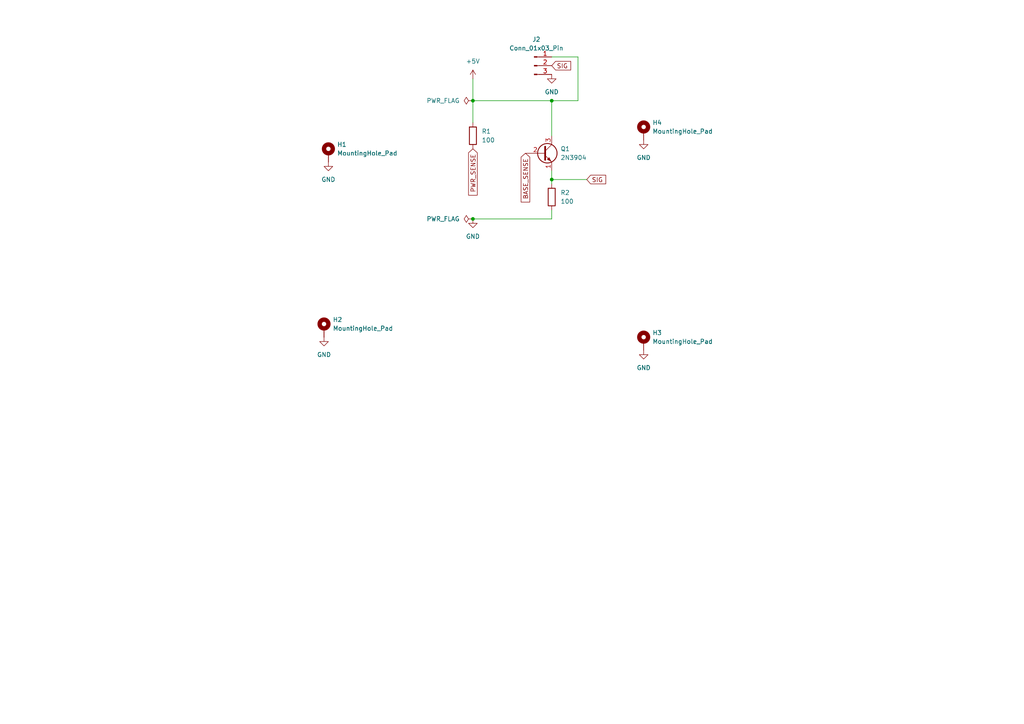
<source format=kicad_sch>
(kicad_sch (version 20230121) (generator eeschema)

  (uuid c77f238a-6680-419f-b02d-19c999ddf08f)

  (paper "A4")

  (lib_symbols
    (symbol "Connector:Conn_01x03_Pin" (pin_names (offset 1.016) hide) (in_bom yes) (on_board yes)
      (property "Reference" "J" (at 0 5.08 0)
        (effects (font (size 1.27 1.27)))
      )
      (property "Value" "Conn_01x03_Pin" (at 0 -5.08 0)
        (effects (font (size 1.27 1.27)))
      )
      (property "Footprint" "" (at 0 0 0)
        (effects (font (size 1.27 1.27)) hide)
      )
      (property "Datasheet" "~" (at 0 0 0)
        (effects (font (size 1.27 1.27)) hide)
      )
      (property "ki_locked" "" (at 0 0 0)
        (effects (font (size 1.27 1.27)))
      )
      (property "ki_keywords" "connector" (at 0 0 0)
        (effects (font (size 1.27 1.27)) hide)
      )
      (property "ki_description" "Generic connector, single row, 01x03, script generated" (at 0 0 0)
        (effects (font (size 1.27 1.27)) hide)
      )
      (property "ki_fp_filters" "Connector*:*_1x??_*" (at 0 0 0)
        (effects (font (size 1.27 1.27)) hide)
      )
      (symbol "Conn_01x03_Pin_1_1"
        (polyline
          (pts
            (xy 1.27 -2.54)
            (xy 0.8636 -2.54)
          )
          (stroke (width 0.1524) (type default))
          (fill (type none))
        )
        (polyline
          (pts
            (xy 1.27 0)
            (xy 0.8636 0)
          )
          (stroke (width 0.1524) (type default))
          (fill (type none))
        )
        (polyline
          (pts
            (xy 1.27 2.54)
            (xy 0.8636 2.54)
          )
          (stroke (width 0.1524) (type default))
          (fill (type none))
        )
        (rectangle (start 0.8636 -2.413) (end 0 -2.667)
          (stroke (width 0.1524) (type default))
          (fill (type outline))
        )
        (rectangle (start 0.8636 0.127) (end 0 -0.127)
          (stroke (width 0.1524) (type default))
          (fill (type outline))
        )
        (rectangle (start 0.8636 2.667) (end 0 2.413)
          (stroke (width 0.1524) (type default))
          (fill (type outline))
        )
        (pin passive line (at 5.08 2.54 180) (length 3.81)
          (name "Pin_1" (effects (font (size 1.27 1.27))))
          (number "1" (effects (font (size 1.27 1.27))))
        )
        (pin passive line (at 5.08 0 180) (length 3.81)
          (name "Pin_2" (effects (font (size 1.27 1.27))))
          (number "2" (effects (font (size 1.27 1.27))))
        )
        (pin passive line (at 5.08 -2.54 180) (length 3.81)
          (name "Pin_3" (effects (font (size 1.27 1.27))))
          (number "3" (effects (font (size 1.27 1.27))))
        )
      )
    )
    (symbol "Device:R" (pin_numbers hide) (pin_names (offset 0)) (in_bom yes) (on_board yes)
      (property "Reference" "R" (at 2.032 0 90)
        (effects (font (size 1.27 1.27)))
      )
      (property "Value" "R" (at 0 0 90)
        (effects (font (size 1.27 1.27)))
      )
      (property "Footprint" "" (at -1.778 0 90)
        (effects (font (size 1.27 1.27)) hide)
      )
      (property "Datasheet" "~" (at 0 0 0)
        (effects (font (size 1.27 1.27)) hide)
      )
      (property "ki_keywords" "R res resistor" (at 0 0 0)
        (effects (font (size 1.27 1.27)) hide)
      )
      (property "ki_description" "Resistor" (at 0 0 0)
        (effects (font (size 1.27 1.27)) hide)
      )
      (property "ki_fp_filters" "R_*" (at 0 0 0)
        (effects (font (size 1.27 1.27)) hide)
      )
      (symbol "R_0_1"
        (rectangle (start -1.016 -2.54) (end 1.016 2.54)
          (stroke (width 0.254) (type default))
          (fill (type none))
        )
      )
      (symbol "R_1_1"
        (pin passive line (at 0 3.81 270) (length 1.27)
          (name "~" (effects (font (size 1.27 1.27))))
          (number "1" (effects (font (size 1.27 1.27))))
        )
        (pin passive line (at 0 -3.81 90) (length 1.27)
          (name "~" (effects (font (size 1.27 1.27))))
          (number "2" (effects (font (size 1.27 1.27))))
        )
      )
    )
    (symbol "Mechanical:MountingHole_Pad" (pin_numbers hide) (pin_names (offset 1.016) hide) (in_bom yes) (on_board yes)
      (property "Reference" "H" (at 0 6.35 0)
        (effects (font (size 1.27 1.27)))
      )
      (property "Value" "MountingHole_Pad" (at 0 4.445 0)
        (effects (font (size 1.27 1.27)))
      )
      (property "Footprint" "" (at 0 0 0)
        (effects (font (size 1.27 1.27)) hide)
      )
      (property "Datasheet" "~" (at 0 0 0)
        (effects (font (size 1.27 1.27)) hide)
      )
      (property "ki_keywords" "mounting hole" (at 0 0 0)
        (effects (font (size 1.27 1.27)) hide)
      )
      (property "ki_description" "Mounting Hole with connection" (at 0 0 0)
        (effects (font (size 1.27 1.27)) hide)
      )
      (property "ki_fp_filters" "MountingHole*Pad*" (at 0 0 0)
        (effects (font (size 1.27 1.27)) hide)
      )
      (symbol "MountingHole_Pad_0_1"
        (circle (center 0 1.27) (radius 1.27)
          (stroke (width 1.27) (type default))
          (fill (type none))
        )
      )
      (symbol "MountingHole_Pad_1_1"
        (pin input line (at 0 -2.54 90) (length 2.54)
          (name "1" (effects (font (size 1.27 1.27))))
          (number "1" (effects (font (size 1.27 1.27))))
        )
      )
    )
    (symbol "Transistor_BJT:2N3904" (pin_names (offset 0) hide) (in_bom yes) (on_board yes)
      (property "Reference" "Q" (at 5.08 1.905 0)
        (effects (font (size 1.27 1.27)) (justify left))
      )
      (property "Value" "2N3904" (at 5.08 0 0)
        (effects (font (size 1.27 1.27)) (justify left))
      )
      (property "Footprint" "Package_TO_SOT_THT:TO-92_Inline" (at 5.08 -1.905 0)
        (effects (font (size 1.27 1.27) italic) (justify left) hide)
      )
      (property "Datasheet" "https://www.onsemi.com/pub/Collateral/2N3903-D.PDF" (at 0 0 0)
        (effects (font (size 1.27 1.27)) (justify left) hide)
      )
      (property "ki_keywords" "NPN Transistor" (at 0 0 0)
        (effects (font (size 1.27 1.27)) hide)
      )
      (property "ki_description" "0.2A Ic, 40V Vce, Small Signal NPN Transistor, TO-92" (at 0 0 0)
        (effects (font (size 1.27 1.27)) hide)
      )
      (property "ki_fp_filters" "TO?92*" (at 0 0 0)
        (effects (font (size 1.27 1.27)) hide)
      )
      (symbol "2N3904_0_1"
        (polyline
          (pts
            (xy 0.635 0.635)
            (xy 2.54 2.54)
          )
          (stroke (width 0) (type default))
          (fill (type none))
        )
        (polyline
          (pts
            (xy 0.635 -0.635)
            (xy 2.54 -2.54)
            (xy 2.54 -2.54)
          )
          (stroke (width 0) (type default))
          (fill (type none))
        )
        (polyline
          (pts
            (xy 0.635 1.905)
            (xy 0.635 -1.905)
            (xy 0.635 -1.905)
          )
          (stroke (width 0.508) (type default))
          (fill (type none))
        )
        (polyline
          (pts
            (xy 1.27 -1.778)
            (xy 1.778 -1.27)
            (xy 2.286 -2.286)
            (xy 1.27 -1.778)
            (xy 1.27 -1.778)
          )
          (stroke (width 0) (type default))
          (fill (type outline))
        )
        (circle (center 1.27 0) (radius 2.8194)
          (stroke (width 0.254) (type default))
          (fill (type none))
        )
      )
      (symbol "2N3904_1_1"
        (pin passive line (at 2.54 -5.08 90) (length 2.54)
          (name "E" (effects (font (size 1.27 1.27))))
          (number "1" (effects (font (size 1.27 1.27))))
        )
        (pin passive line (at -5.08 0 0) (length 5.715)
          (name "B" (effects (font (size 1.27 1.27))))
          (number "2" (effects (font (size 1.27 1.27))))
        )
        (pin passive line (at 2.54 5.08 270) (length 2.54)
          (name "C" (effects (font (size 1.27 1.27))))
          (number "3" (effects (font (size 1.27 1.27))))
        )
      )
    )
    (symbol "power:+5V" (power) (pin_names (offset 0)) (in_bom yes) (on_board yes)
      (property "Reference" "#PWR" (at 0 -3.81 0)
        (effects (font (size 1.27 1.27)) hide)
      )
      (property "Value" "+5V" (at 0 3.556 0)
        (effects (font (size 1.27 1.27)))
      )
      (property "Footprint" "" (at 0 0 0)
        (effects (font (size 1.27 1.27)) hide)
      )
      (property "Datasheet" "" (at 0 0 0)
        (effects (font (size 1.27 1.27)) hide)
      )
      (property "ki_keywords" "global power" (at 0 0 0)
        (effects (font (size 1.27 1.27)) hide)
      )
      (property "ki_description" "Power symbol creates a global label with name \"+5V\"" (at 0 0 0)
        (effects (font (size 1.27 1.27)) hide)
      )
      (symbol "+5V_0_1"
        (polyline
          (pts
            (xy -0.762 1.27)
            (xy 0 2.54)
          )
          (stroke (width 0) (type default))
          (fill (type none))
        )
        (polyline
          (pts
            (xy 0 0)
            (xy 0 2.54)
          )
          (stroke (width 0) (type default))
          (fill (type none))
        )
        (polyline
          (pts
            (xy 0 2.54)
            (xy 0.762 1.27)
          )
          (stroke (width 0) (type default))
          (fill (type none))
        )
      )
      (symbol "+5V_1_1"
        (pin power_in line (at 0 0 90) (length 0) hide
          (name "+5V" (effects (font (size 1.27 1.27))))
          (number "1" (effects (font (size 1.27 1.27))))
        )
      )
    )
    (symbol "power:GND" (power) (pin_names (offset 0)) (in_bom yes) (on_board yes)
      (property "Reference" "#PWR" (at 0 -6.35 0)
        (effects (font (size 1.27 1.27)) hide)
      )
      (property "Value" "GND" (at 0 -3.81 0)
        (effects (font (size 1.27 1.27)))
      )
      (property "Footprint" "" (at 0 0 0)
        (effects (font (size 1.27 1.27)) hide)
      )
      (property "Datasheet" "" (at 0 0 0)
        (effects (font (size 1.27 1.27)) hide)
      )
      (property "ki_keywords" "global power" (at 0 0 0)
        (effects (font (size 1.27 1.27)) hide)
      )
      (property "ki_description" "Power symbol creates a global label with name \"GND\" , ground" (at 0 0 0)
        (effects (font (size 1.27 1.27)) hide)
      )
      (symbol "GND_0_1"
        (polyline
          (pts
            (xy 0 0)
            (xy 0 -1.27)
            (xy 1.27 -1.27)
            (xy 0 -2.54)
            (xy -1.27 -1.27)
            (xy 0 -1.27)
          )
          (stroke (width 0) (type default))
          (fill (type none))
        )
      )
      (symbol "GND_1_1"
        (pin power_in line (at 0 0 270) (length 0) hide
          (name "GND" (effects (font (size 1.27 1.27))))
          (number "1" (effects (font (size 1.27 1.27))))
        )
      )
    )
    (symbol "power:PWR_FLAG" (power) (pin_numbers hide) (pin_names (offset 0) hide) (in_bom yes) (on_board yes)
      (property "Reference" "#FLG" (at 0 1.905 0)
        (effects (font (size 1.27 1.27)) hide)
      )
      (property "Value" "PWR_FLAG" (at 0 3.81 0)
        (effects (font (size 1.27 1.27)))
      )
      (property "Footprint" "" (at 0 0 0)
        (effects (font (size 1.27 1.27)) hide)
      )
      (property "Datasheet" "~" (at 0 0 0)
        (effects (font (size 1.27 1.27)) hide)
      )
      (property "ki_keywords" "flag power" (at 0 0 0)
        (effects (font (size 1.27 1.27)) hide)
      )
      (property "ki_description" "Special symbol for telling ERC where power comes from" (at 0 0 0)
        (effects (font (size 1.27 1.27)) hide)
      )
      (symbol "PWR_FLAG_0_0"
        (pin power_out line (at 0 0 90) (length 0)
          (name "pwr" (effects (font (size 1.27 1.27))))
          (number "1" (effects (font (size 1.27 1.27))))
        )
      )
      (symbol "PWR_FLAG_0_1"
        (polyline
          (pts
            (xy 0 0)
            (xy 0 1.27)
            (xy -1.016 1.905)
            (xy 0 2.54)
            (xy 1.016 1.905)
            (xy 0 1.27)
          )
          (stroke (width 0) (type default))
          (fill (type none))
        )
      )
    )
  )

  (junction (at 137.16 63.5) (diameter 0) (color 0 0 0 0)
    (uuid 13417e37-3d31-40d7-80ec-0c6307e9d478)
  )
  (junction (at 160.02 29.21) (diameter 0) (color 0 0 0 0)
    (uuid 3d9b9b61-3cfb-4d2b-8ee9-ce6ccfeee07f)
  )
  (junction (at 137.16 29.21) (diameter 0) (color 0 0 0 0)
    (uuid c04f2ec3-2f0c-4915-a99a-607f5e5c9daf)
  )
  (junction (at 160.02 52.07) (diameter 0) (color 0 0 0 0)
    (uuid cde39ef1-683d-4aa3-afa8-cc2ba866d7ba)
  )

  (wire (pts (xy 167.64 16.51) (xy 167.64 29.21))
    (stroke (width 0) (type default))
    (uuid 09dde975-c59f-4af4-a611-9dd1b26be055)
  )
  (wire (pts (xy 160.02 29.21) (xy 160.02 39.37))
    (stroke (width 0) (type default))
    (uuid 3f63ee5a-0530-4e7e-8d66-9183c6b0c847)
  )
  (wire (pts (xy 160.02 49.53) (xy 160.02 52.07))
    (stroke (width 0) (type default))
    (uuid 6196fdbf-d7ef-42fa-8245-aabd2b5202c8)
  )
  (wire (pts (xy 160.02 60.96) (xy 160.02 63.5))
    (stroke (width 0) (type default))
    (uuid 7da876e2-1234-4498-8a8e-0e5c87e25e2c)
  )
  (wire (pts (xy 137.16 35.56) (xy 137.16 29.21))
    (stroke (width 0) (type default))
    (uuid 95e81075-2169-4f40-a9f2-af7182221c6e)
  )
  (wire (pts (xy 160.02 29.21) (xy 167.64 29.21))
    (stroke (width 0) (type default))
    (uuid 999239bd-ead3-46df-bc76-9efd0077689d)
  )
  (wire (pts (xy 137.16 63.5) (xy 160.02 63.5))
    (stroke (width 0) (type default))
    (uuid bc06d409-160c-443c-b091-2a9a870a498d)
  )
  (wire (pts (xy 160.02 52.07) (xy 160.02 53.34))
    (stroke (width 0) (type default))
    (uuid d9dcf655-188f-4051-9e85-836b89118519)
  )
  (wire (pts (xy 160.02 16.51) (xy 167.64 16.51))
    (stroke (width 0) (type default))
    (uuid f243b12b-7f44-499b-8c6d-92b76a726d03)
  )
  (wire (pts (xy 160.02 52.07) (xy 170.18 52.07))
    (stroke (width 0) (type default))
    (uuid f4c1663e-ca3e-42ed-b4bb-287a5d2a835b)
  )
  (wire (pts (xy 137.16 22.86) (xy 137.16 29.21))
    (stroke (width 0) (type default))
    (uuid f6d12715-55ca-451a-872c-7c981acbdc94)
  )
  (wire (pts (xy 137.16 29.21) (xy 160.02 29.21))
    (stroke (width 0) (type default))
    (uuid fef8a622-54a7-4f71-a34d-85e5c10f4df1)
  )

  (global_label "BASE_SENSE" (shape input) (at 152.4 44.45 270) (fields_autoplaced)
    (effects (font (size 1.27 1.27)) (justify right))
    (uuid 1c76b342-22b8-4eb1-9b62-8dc1d28526e1)
    (property "Intersheetrefs" "${INTERSHEET_REFS}" (at 152.4 59.1674 90)
      (effects (font (size 1.27 1.27)) (justify right) hide)
    )
  )
  (global_label "PWR_SENSE" (shape input) (at 137.16 43.18 270) (fields_autoplaced)
    (effects (font (size 1.27 1.27)) (justify right))
    (uuid 64864d2e-f99f-40be-be71-af08cbca018c)
    (property "Intersheetrefs" "${INTERSHEET_REFS}" (at 137.16 57.1717 90)
      (effects (font (size 1.27 1.27)) (justify right) hide)
    )
  )
  (global_label "SIG" (shape input) (at 160.02 19.05 0) (fields_autoplaced)
    (effects (font (size 1.27 1.27)) (justify left))
    (uuid c03a1d9d-a722-4226-80e9-747d883d68bb)
    (property "Intersheetrefs" "${INTERSHEET_REFS}" (at 166.0895 19.05 0)
      (effects (font (size 1.27 1.27)) (justify left) hide)
    )
  )
  (global_label "SIG" (shape input) (at 170.18 52.07 0) (fields_autoplaced)
    (effects (font (size 1.27 1.27)) (justify left))
    (uuid ea3aff6f-efe1-4aa1-9057-6e69c4460307)
    (property "Intersheetrefs" "${INTERSHEET_REFS}" (at 176.2495 52.07 0)
      (effects (font (size 1.27 1.27)) (justify left) hide)
    )
  )

  (symbol (lib_id "Mechanical:MountingHole_Pad") (at 93.98 95.25 0) (unit 1)
    (in_bom yes) (on_board yes) (dnp no) (fields_autoplaced)
    (uuid 050e06d4-c922-4aab-8461-229e7295b0b5)
    (property "Reference" "H2" (at 96.52 92.71 0)
      (effects (font (size 1.27 1.27)) (justify left))
    )
    (property "Value" "MountingHole_Pad" (at 96.52 95.25 0)
      (effects (font (size 1.27 1.27)) (justify left))
    )
    (property "Footprint" "MountingHole:MountingHole_2.5mm_Pad_Via" (at 93.98 95.25 0)
      (effects (font (size 1.27 1.27)) hide)
    )
    (property "Datasheet" "~" (at 93.98 95.25 0)
      (effects (font (size 1.27 1.27)) hide)
    )
    (pin "1" (uuid e922b7c5-b2aa-4fc5-ab63-bcb78e6e2f66))
    (instances
      (project "WaterSensor"
        (path "/c77f238a-6680-419f-b02d-19c999ddf08f"
          (reference "H2") (unit 1)
        )
      )
    )
  )

  (symbol (lib_id "Connector:Conn_01x03_Pin") (at 154.94 19.05 0) (unit 1)
    (in_bom yes) (on_board yes) (dnp no) (fields_autoplaced)
    (uuid 181f7dd1-8f10-403c-8a46-2b92e2b5702f)
    (property "Reference" "J2" (at 155.575 11.43 0)
      (effects (font (size 1.27 1.27)))
    )
    (property "Value" "Conn_01x03_Pin" (at 155.575 13.97 0)
      (effects (font (size 1.27 1.27)))
    )
    (property "Footprint" "Connector_PinHeader_2.54mm:PinHeader_1x03_P2.54mm_Vertical" (at 154.94 19.05 0)
      (effects (font (size 1.27 1.27)) hide)
    )
    (property "Datasheet" "~" (at 154.94 19.05 0)
      (effects (font (size 1.27 1.27)) hide)
    )
    (pin "3" (uuid de66c15a-7f01-4462-9fcc-aa7c4300cae9))
    (pin "2" (uuid 9e80ba97-9e2c-4533-8d63-0f2cf8f1aadc))
    (pin "1" (uuid 2e66534a-eb42-46e2-a005-bf7c175e6415))
    (instances
      (project "WaterSensor"
        (path "/c77f238a-6680-419f-b02d-19c999ddf08f"
          (reference "J2") (unit 1)
        )
      )
    )
  )

  (symbol (lib_id "Device:R") (at 137.16 39.37 0) (unit 1)
    (in_bom yes) (on_board yes) (dnp no) (fields_autoplaced)
    (uuid 45ebb4f4-c18b-4717-a265-59da9a65e6c7)
    (property "Reference" "R1" (at 139.7 38.1 0)
      (effects (font (size 1.27 1.27)) (justify left))
    )
    (property "Value" "100" (at 139.7 40.64 0)
      (effects (font (size 1.27 1.27)) (justify left))
    )
    (property "Footprint" "Resistor_THT:R_Axial_DIN0204_L3.6mm_D1.6mm_P1.90mm_Vertical" (at 135.382 39.37 90)
      (effects (font (size 1.27 1.27)) hide)
    )
    (property "Datasheet" "~" (at 137.16 39.37 0)
      (effects (font (size 1.27 1.27)) hide)
    )
    (pin "2" (uuid 0b8f1a11-9126-406b-a877-14eed2e2da78))
    (pin "1" (uuid b4ac459f-3e89-41e7-b312-af8ce2190b34))
    (instances
      (project "WaterSensor"
        (path "/c77f238a-6680-419f-b02d-19c999ddf08f"
          (reference "R1") (unit 1)
        )
      )
    )
  )

  (symbol (lib_id "power:GND") (at 93.98 97.79 0) (unit 1)
    (in_bom yes) (on_board yes) (dnp no) (fields_autoplaced)
    (uuid 4967f5fa-5a36-49fd-8ca0-d73bf9c0933c)
    (property "Reference" "#PWR04" (at 93.98 104.14 0)
      (effects (font (size 1.27 1.27)) hide)
    )
    (property "Value" "GND" (at 93.98 102.87 0)
      (effects (font (size 1.27 1.27)))
    )
    (property "Footprint" "" (at 93.98 97.79 0)
      (effects (font (size 1.27 1.27)) hide)
    )
    (property "Datasheet" "" (at 93.98 97.79 0)
      (effects (font (size 1.27 1.27)) hide)
    )
    (pin "1" (uuid 9b703f3c-a39b-4ece-8681-62d2e8b9d1c6))
    (instances
      (project "WaterSensor"
        (path "/c77f238a-6680-419f-b02d-19c999ddf08f"
          (reference "#PWR04") (unit 1)
        )
      )
    )
  )

  (symbol (lib_id "Mechanical:MountingHole_Pad") (at 186.69 99.06 0) (unit 1)
    (in_bom yes) (on_board yes) (dnp no) (fields_autoplaced)
    (uuid 7c1158a8-489e-490c-ba9f-7cf25e5fba08)
    (property "Reference" "H3" (at 189.23 96.52 0)
      (effects (font (size 1.27 1.27)) (justify left))
    )
    (property "Value" "MountingHole_Pad" (at 189.23 99.06 0)
      (effects (font (size 1.27 1.27)) (justify left))
    )
    (property "Footprint" "MountingHole:MountingHole_2.5mm_Pad_Via" (at 186.69 99.06 0)
      (effects (font (size 1.27 1.27)) hide)
    )
    (property "Datasheet" "~" (at 186.69 99.06 0)
      (effects (font (size 1.27 1.27)) hide)
    )
    (pin "1" (uuid 12e17991-42c9-421a-a629-11d19117b2c4))
    (instances
      (project "WaterSensor"
        (path "/c77f238a-6680-419f-b02d-19c999ddf08f"
          (reference "H3") (unit 1)
        )
      )
    )
  )

  (symbol (lib_id "power:GND") (at 186.69 101.6 0) (unit 1)
    (in_bom yes) (on_board yes) (dnp no) (fields_autoplaced)
    (uuid a0c0fbf2-ddd2-4aec-8fef-82b7175352c4)
    (property "Reference" "#PWR05" (at 186.69 107.95 0)
      (effects (font (size 1.27 1.27)) hide)
    )
    (property "Value" "GND" (at 186.69 106.68 0)
      (effects (font (size 1.27 1.27)))
    )
    (property "Footprint" "" (at 186.69 101.6 0)
      (effects (font (size 1.27 1.27)) hide)
    )
    (property "Datasheet" "" (at 186.69 101.6 0)
      (effects (font (size 1.27 1.27)) hide)
    )
    (pin "1" (uuid 8a0d0d92-3064-44ce-bef2-7e8ea76e0ab0))
    (instances
      (project "WaterSensor"
        (path "/c77f238a-6680-419f-b02d-19c999ddf08f"
          (reference "#PWR05") (unit 1)
        )
      )
    )
  )

  (symbol (lib_id "Mechanical:MountingHole_Pad") (at 186.69 38.1 0) (unit 1)
    (in_bom yes) (on_board yes) (dnp no) (fields_autoplaced)
    (uuid a9ec894a-dddf-4060-b19d-3f9065590de0)
    (property "Reference" "H4" (at 189.23 35.56 0)
      (effects (font (size 1.27 1.27)) (justify left))
    )
    (property "Value" "MountingHole_Pad" (at 189.23 38.1 0)
      (effects (font (size 1.27 1.27)) (justify left))
    )
    (property "Footprint" "MountingHole:MountingHole_2.5mm_Pad_Via" (at 186.69 38.1 0)
      (effects (font (size 1.27 1.27)) hide)
    )
    (property "Datasheet" "~" (at 186.69 38.1 0)
      (effects (font (size 1.27 1.27)) hide)
    )
    (pin "1" (uuid d3a56751-ef81-4fd6-a6a9-fc7ad6faa003))
    (instances
      (project "WaterSensor"
        (path "/c77f238a-6680-419f-b02d-19c999ddf08f"
          (reference "H4") (unit 1)
        )
      )
    )
  )

  (symbol (lib_id "power:GND") (at 186.69 40.64 0) (unit 1)
    (in_bom yes) (on_board yes) (dnp no) (fields_autoplaced)
    (uuid aa7148dd-140f-4b14-8271-4b701a62959b)
    (property "Reference" "#PWR06" (at 186.69 46.99 0)
      (effects (font (size 1.27 1.27)) hide)
    )
    (property "Value" "GND" (at 186.69 45.72 0)
      (effects (font (size 1.27 1.27)))
    )
    (property "Footprint" "" (at 186.69 40.64 0)
      (effects (font (size 1.27 1.27)) hide)
    )
    (property "Datasheet" "" (at 186.69 40.64 0)
      (effects (font (size 1.27 1.27)) hide)
    )
    (pin "1" (uuid f3b84b96-7d5f-4ea0-9695-7170248d21e8))
    (instances
      (project "WaterSensor"
        (path "/c77f238a-6680-419f-b02d-19c999ddf08f"
          (reference "#PWR06") (unit 1)
        )
      )
    )
  )

  (symbol (lib_id "power:GND") (at 137.16 63.5 0) (unit 1)
    (in_bom yes) (on_board yes) (dnp no) (fields_autoplaced)
    (uuid bb314a6c-716b-467e-8e79-e60819be7b16)
    (property "Reference" "#PWR02" (at 137.16 69.85 0)
      (effects (font (size 1.27 1.27)) hide)
    )
    (property "Value" "GND" (at 137.16 68.58 0)
      (effects (font (size 1.27 1.27)))
    )
    (property "Footprint" "" (at 137.16 63.5 0)
      (effects (font (size 1.27 1.27)) hide)
    )
    (property "Datasheet" "" (at 137.16 63.5 0)
      (effects (font (size 1.27 1.27)) hide)
    )
    (pin "1" (uuid 3ddea6da-f2b7-4795-a796-1efcb8182f57))
    (instances
      (project "WaterSensor"
        (path "/c77f238a-6680-419f-b02d-19c999ddf08f"
          (reference "#PWR02") (unit 1)
        )
      )
    )
  )

  (symbol (lib_id "power:+5V") (at 137.16 22.86 0) (unit 1)
    (in_bom yes) (on_board yes) (dnp no) (fields_autoplaced)
    (uuid bcbbd9e7-ab8a-4ca4-a017-b9ce73d518a4)
    (property "Reference" "#PWR01" (at 137.16 26.67 0)
      (effects (font (size 1.27 1.27)) hide)
    )
    (property "Value" "+5V" (at 137.16 17.78 0)
      (effects (font (size 1.27 1.27)))
    )
    (property "Footprint" "" (at 137.16 22.86 0)
      (effects (font (size 1.27 1.27)) hide)
    )
    (property "Datasheet" "" (at 137.16 22.86 0)
      (effects (font (size 1.27 1.27)) hide)
    )
    (pin "1" (uuid a7cbfe06-d6f1-46cb-959b-c629adff93b8))
    (instances
      (project "WaterSensor"
        (path "/c77f238a-6680-419f-b02d-19c999ddf08f"
          (reference "#PWR01") (unit 1)
        )
      )
    )
  )

  (symbol (lib_id "power:GND") (at 95.25 46.99 0) (unit 1)
    (in_bom yes) (on_board yes) (dnp no) (fields_autoplaced)
    (uuid c09a9429-1f41-4f4c-bf46-cd9dbe7034d6)
    (property "Reference" "#PWR03" (at 95.25 53.34 0)
      (effects (font (size 1.27 1.27)) hide)
    )
    (property "Value" "GND" (at 95.25 52.07 0)
      (effects (font (size 1.27 1.27)))
    )
    (property "Footprint" "" (at 95.25 46.99 0)
      (effects (font (size 1.27 1.27)) hide)
    )
    (property "Datasheet" "" (at 95.25 46.99 0)
      (effects (font (size 1.27 1.27)) hide)
    )
    (pin "1" (uuid 26de8225-a071-4e9d-97b5-134e397eeefb))
    (instances
      (project "WaterSensor"
        (path "/c77f238a-6680-419f-b02d-19c999ddf08f"
          (reference "#PWR03") (unit 1)
        )
      )
    )
  )

  (symbol (lib_id "power:PWR_FLAG") (at 137.16 29.21 90) (unit 1)
    (in_bom yes) (on_board yes) (dnp no) (fields_autoplaced)
    (uuid e4bff686-1426-49d4-80d5-fd6594564da9)
    (property "Reference" "#FLG01" (at 135.255 29.21 0)
      (effects (font (size 1.27 1.27)) hide)
    )
    (property "Value" "PWR_FLAG" (at 133.35 29.21 90)
      (effects (font (size 1.27 1.27)) (justify left))
    )
    (property "Footprint" "" (at 137.16 29.21 0)
      (effects (font (size 1.27 1.27)) hide)
    )
    (property "Datasheet" "~" (at 137.16 29.21 0)
      (effects (font (size 1.27 1.27)) hide)
    )
    (pin "1" (uuid e2dc756a-d9a8-4946-b16f-4d918d22ed01))
    (instances
      (project "WaterSensor"
        (path "/c77f238a-6680-419f-b02d-19c999ddf08f"
          (reference "#FLG01") (unit 1)
        )
      )
    )
  )

  (symbol (lib_id "Device:R") (at 160.02 57.15 0) (unit 1)
    (in_bom yes) (on_board yes) (dnp no) (fields_autoplaced)
    (uuid ee8b46a1-9d4d-491f-8121-090597cae2e0)
    (property "Reference" "R2" (at 162.56 55.88 0)
      (effects (font (size 1.27 1.27)) (justify left))
    )
    (property "Value" "100" (at 162.56 58.42 0)
      (effects (font (size 1.27 1.27)) (justify left))
    )
    (property "Footprint" "Resistor_THT:R_Axial_DIN0204_L3.6mm_D1.6mm_P1.90mm_Vertical" (at 158.242 57.15 90)
      (effects (font (size 1.27 1.27)) hide)
    )
    (property "Datasheet" "~" (at 160.02 57.15 0)
      (effects (font (size 1.27 1.27)) hide)
    )
    (pin "1" (uuid d7863e5b-b5bb-423b-9184-2eb2ca1f3fdb))
    (pin "2" (uuid c6f80aeb-4614-416d-9a62-1a8027ac39e3))
    (instances
      (project "WaterSensor"
        (path "/c77f238a-6680-419f-b02d-19c999ddf08f"
          (reference "R2") (unit 1)
        )
      )
    )
  )

  (symbol (lib_id "Transistor_BJT:2N3904") (at 157.48 44.45 0) (unit 1)
    (in_bom yes) (on_board yes) (dnp no) (fields_autoplaced)
    (uuid f204d258-052a-47ae-99d6-b00dd8c80017)
    (property "Reference" "Q1" (at 162.56 43.18 0)
      (effects (font (size 1.27 1.27)) (justify left))
    )
    (property "Value" "2N3904" (at 162.56 45.72 0)
      (effects (font (size 1.27 1.27)) (justify left))
    )
    (property "Footprint" "Package_TO_SOT_THT:TO-92_Inline" (at 162.56 46.355 0)
      (effects (font (size 1.27 1.27) italic) (justify left) hide)
    )
    (property "Datasheet" "https://www.onsemi.com/pub/Collateral/2N3903-D.PDF" (at 157.48 44.45 0)
      (effects (font (size 1.27 1.27)) (justify left) hide)
    )
    (pin "3" (uuid f91a7d8a-54d8-4cfa-8c01-1ea44a4f2bae))
    (pin "1" (uuid 25a17845-9300-47ab-a133-265b00f27537))
    (pin "2" (uuid 3da3d35d-93be-4090-b312-a9ee44071045))
    (instances
      (project "WaterSensor"
        (path "/c77f238a-6680-419f-b02d-19c999ddf08f"
          (reference "Q1") (unit 1)
        )
      )
    )
  )

  (symbol (lib_id "power:PWR_FLAG") (at 137.16 63.5 90) (unit 1)
    (in_bom yes) (on_board yes) (dnp no) (fields_autoplaced)
    (uuid f41cb5e5-4eb3-4f17-b209-4ee6af5d30e0)
    (property "Reference" "#FLG02" (at 135.255 63.5 0)
      (effects (font (size 1.27 1.27)) hide)
    )
    (property "Value" "PWR_FLAG" (at 133.35 63.5 90)
      (effects (font (size 1.27 1.27)) (justify left))
    )
    (property "Footprint" "" (at 137.16 63.5 0)
      (effects (font (size 1.27 1.27)) hide)
    )
    (property "Datasheet" "~" (at 137.16 63.5 0)
      (effects (font (size 1.27 1.27)) hide)
    )
    (pin "1" (uuid 5ca2f328-ebbf-4e82-ade3-93f207af0c4c))
    (instances
      (project "WaterSensor"
        (path "/c77f238a-6680-419f-b02d-19c999ddf08f"
          (reference "#FLG02") (unit 1)
        )
      )
    )
  )

  (symbol (lib_id "power:GND") (at 160.02 21.59 0) (unit 1)
    (in_bom yes) (on_board yes) (dnp no) (fields_autoplaced)
    (uuid f7c0f8d6-0774-47f9-a5c4-36a796382c62)
    (property "Reference" "#PWR07" (at 160.02 27.94 0)
      (effects (font (size 1.27 1.27)) hide)
    )
    (property "Value" "GND" (at 160.02 26.67 0)
      (effects (font (size 1.27 1.27)))
    )
    (property "Footprint" "" (at 160.02 21.59 0)
      (effects (font (size 1.27 1.27)) hide)
    )
    (property "Datasheet" "" (at 160.02 21.59 0)
      (effects (font (size 1.27 1.27)) hide)
    )
    (pin "1" (uuid e7efd186-7d9d-4e56-8074-892f6055a314))
    (instances
      (project "WaterSensor"
        (path "/c77f238a-6680-419f-b02d-19c999ddf08f"
          (reference "#PWR07") (unit 1)
        )
      )
    )
  )

  (symbol (lib_id "Mechanical:MountingHole_Pad") (at 95.25 44.45 0) (unit 1)
    (in_bom yes) (on_board yes) (dnp no) (fields_autoplaced)
    (uuid fc3612e0-f667-4de8-8ef7-bc447cd3ab65)
    (property "Reference" "H1" (at 97.79 41.91 0)
      (effects (font (size 1.27 1.27)) (justify left))
    )
    (property "Value" "MountingHole_Pad" (at 97.79 44.45 0)
      (effects (font (size 1.27 1.27)) (justify left))
    )
    (property "Footprint" "MountingHole:MountingHole_2.5mm_Pad_Via" (at 95.25 44.45 0)
      (effects (font (size 1.27 1.27)) hide)
    )
    (property "Datasheet" "~" (at 95.25 44.45 0)
      (effects (font (size 1.27 1.27)) hide)
    )
    (pin "1" (uuid b19cfb1a-7ade-4640-8395-46af90aba4b3))
    (instances
      (project "WaterSensor"
        (path "/c77f238a-6680-419f-b02d-19c999ddf08f"
          (reference "H1") (unit 1)
        )
      )
    )
  )

  (sheet_instances
    (path "/" (page "1"))
  )
)

</source>
